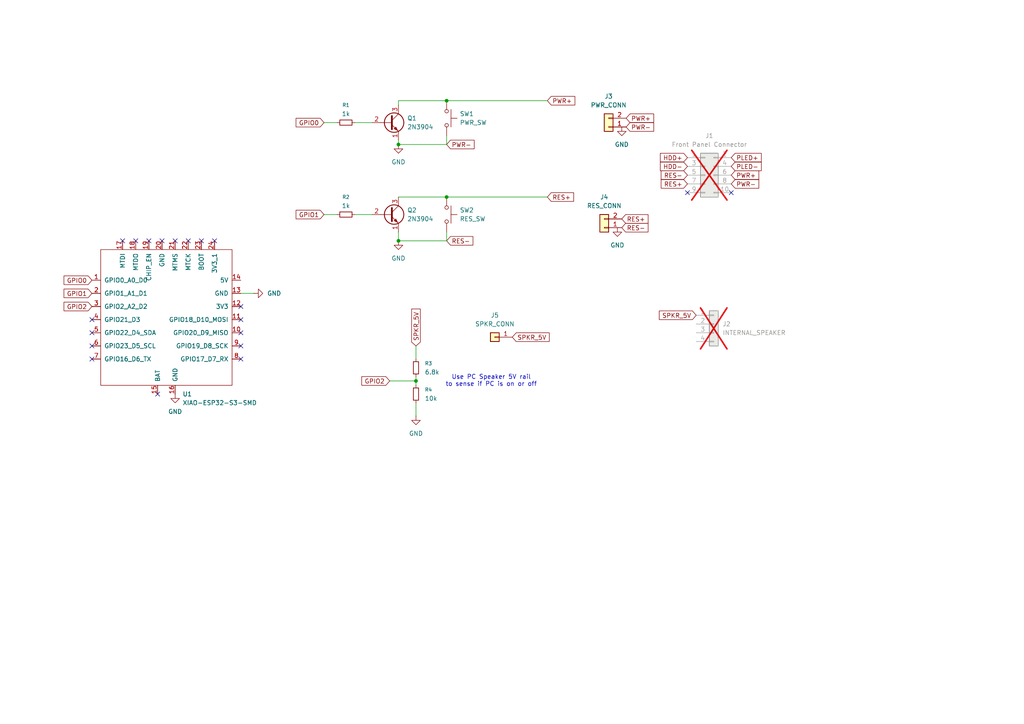
<source format=kicad_sch>
(kicad_sch (version 20250114) (generator "eeschema") (generator_version "9.0")
  (paper "A4")
  (lib_symbols
    (symbol "Connector_Generic:Conn_01x01" (pin_names (offset 1.016) (hide yes))
      (property "Reference" "J" (at 0 2.54 0))
      (property "Value" "Conn_01x01" (at 0 -2.54 0))
      (symbol "Conn_01x01_1_1"
        (rectangle (start -1.27 1.27) (end 1.27 -1.27) (stroke (width 0.254)) (fill (type background)))
        (rectangle (start -1.27 0.127) (end 0 -0.127) (stroke (width 0.1524)))
        (pin passive line (at -5.08 0 0) (length 3.81) (name "Pin_1") (number "1"))
      )
    )
    (symbol "Connector_Generic:Conn_01x02" (pin_names (offset 1.016) (hide yes))
      (property "Reference" "J" (at 0 2.54 0))
      (property "Value" "Conn_01x02" (at 0 -5.08 0))
      (symbol "Conn_01x02_1_1"
        (rectangle (start -1.27 1.27) (end 1.27 -3.81) (stroke (width 0.254)) (fill (type background)))
        (rectangle (start -1.27 0.127) (end 0 -0.127) (stroke (width 0.1524)))
        (rectangle (start -1.27 -2.413) (end 0 -2.667) (stroke (width 0.1524)))
        (pin passive line (at -5.08 0 0) (length 3.81) (name "Pin_1") (number "1"))
        (pin passive line (at -5.08 -2.54 0) (length 3.81) (name "Pin_2") (number "2"))
      )
    )
    (symbol "Connector_Generic:Conn_01x04" (pin_names (offset 1.016) (hide yes))
      (property "Reference" "J" (at 0 5.08 0))
      (property "Value" "Conn_01x04" (at 0 -7.62 0))
      (symbol "Conn_01x04_1_1"
        (rectangle (start -1.27 3.81) (end 1.27 -6.35) (stroke (width 0.254)) (fill (type background)))
        (rectangle (start -1.27 2.667) (end 0 2.413) (stroke (width 0.1524)))
        (rectangle (start -1.27 0.127) (end 0 -0.127) (stroke (width 0.1524)))
        (rectangle (start -1.27 -2.413) (end 0 -2.667) (stroke (width 0.1524)))
        (rectangle (start -1.27 -4.953) (end 0 -5.207) (stroke (width 0.1524)))
        (pin passive line (at -5.08 2.54 0) (length 3.81) (name "Pin_1") (number "1"))
        (pin passive line (at -5.08 0 0) (length 3.81) (name "Pin_2") (number "2"))
        (pin passive line (at -5.08 -2.54 0) (length 3.81) (name "Pin_3") (number "3"))
        (pin passive line (at -5.08 -5.08 0) (length 3.81) (name "Pin_4") (number "4"))
      )
    )
    (symbol "Connector_Generic:Conn_02x05_Odd_Even" (pin_names (offset 1.016) (hide yes))
      (property "Reference" "J" (at 1.27 7.62 0))
      (property "Value" "Conn_02x05_Odd_Even" (at 1.27 -7.62 0))
      (symbol "Conn_02x05_Odd_Even_1_1"
        (rectangle (start -1.27 6.35) (end 3.81 -6.35) (stroke (width 0.254)) (fill (type background)))
        (rectangle (start -1.27 5.207) (end 0 4.953) (stroke (width 0.1524)))
        (rectangle (start -1.27 2.667) (end 0 2.413) (stroke (width 0.1524)))
        (rectangle (start -1.27 0.127) (end 0 -0.127) (stroke (width 0.1524)))
        (rectangle (start -1.27 -2.413) (end 0 -2.667) (stroke (width 0.1524)))
        (rectangle (start -1.27 -4.953) (end 0 -5.207) (stroke (width 0.1524)))
        (rectangle (start 3.81 5.207) (end 2.54 4.953) (stroke (width 0.1524)))
        (rectangle (start 3.81 2.667) (end 2.54 2.413) (stroke (width 0.1524)))
        (rectangle (start 3.81 0.127) (end 2.54 -0.127) (stroke (width 0.1524)))
        (rectangle (start 3.81 -2.413) (end 2.54 -2.667) (stroke (width 0.1524)))
        (rectangle (start 3.81 -4.953) (end 2.54 -5.207) (stroke (width 0.1524)))
        (pin passive line (at -5.08 5.08 0) (length 3.81) (name "Pin_1") (number "1"))
        (pin passive line (at -5.08 2.54 0) (length 3.81) (name "Pin_3") (number "3"))
        (pin passive line (at -5.08 0 0) (length 3.81) (name "Pin_5") (number "5"))
        (pin passive line (at -5.08 -2.54 0) (length 3.81) (name "Pin_7") (number "7"))
        (pin passive line (at -5.08 -5.08 0) (length 3.81) (name "Pin_9") (number "9"))
        (pin passive line (at 7.62 5.08 180) (length 3.81) (name "Pin_2") (number "2"))
        (pin passive line (at 7.62 2.54 180) (length 3.81) (name "Pin_4") (number "4"))
        (pin passive line (at 7.62 0 180) (length 3.81) (name "Pin_6") (number "6"))
        (pin passive line (at 7.62 -2.54 180) (length 3.81) (name "Pin_8") (number "8"))
        (pin passive line (at 7.62 -5.08 180) (length 3.81) (name "Pin_10") (number "10"))
      )
    )
    (symbol "Device:R_Small" (pin_numbers (hide yes)) (pin_names (offset 0.254) (hide yes))
      (property "Reference" "R" (at 0 0 90))
      (property "Value" "R_Small" (at 1.778 0 90))
      (symbol "R_Small_0_1"
        (rectangle (start -0.762 1.778) (end 0.762 -1.778) (stroke (width 0.2032)))
      )
      (symbol "R_Small_1_1"
        (pin passive line (at 0 2.54 270) (length 0.762) (name "~") (number "1"))
        (pin passive line (at 0 -2.54 90) (length 0.762) (name "~") (number "2"))
      )
    )
    (symbol "Seeed_Studio_XIAO_Series:XIAO-ESP32-C6-SMD" (pin_names (offset 1.016))
      (property "Reference" "U" (at -18.542 23.114 0))
      (property "Value" "XIAO-ESP32-S3-SMD" (at -8.382 21.336 0))
      (symbol "XIAO-ESP32-C6-SMD_0_1"
        (rectangle (start 19.05 -19.05) (end -19.05 20.32))
      )
      (symbol "XIAO-ESP32-C6-SMD_1_1"
        (pin passive line (at -21.59 11.43 0) (length 2.54) (name "GPIO0_A0_D0") (number "1"))
        (pin passive line (at -21.59 7.62 0) (length 2.54) (name "GPIO1_A1_D1") (number "2"))
        (pin passive line (at -21.59 3.81 0) (length 2.54) (name "GPIO2_A2_D2") (number "3"))
        (pin passive line (at -21.59 0 0) (length 2.54) (name "GPIO21_D3") (number "4"))
        (pin passive line (at -21.59 -3.81 0) (length 2.54) (name "GPIO22_D4_SDA") (number "5"))
        (pin passive line (at -21.59 -7.62 0) (length 2.54) (name "GPIO23_D5_SCL") (number "6"))
        (pin passive line (at -21.59 -11.43 0) (length 2.54) (name "GPIO16_D6_TX") (number "7"))
        (pin passive line (at -12.7 22.86 270) (length 2.54) (name "MTDI") (number "17"))
        (pin passive line (at -8.89 22.86 270) (length 2.54) (name "MTDO") (number "18"))
        (pin passive line (at -5.08 22.86 270) (length 2.54) (name "CHIP_EN") (number "19"))
        (pin passive line (at -2.54 -21.59 90) (length 2.54) (name "BAT") (number "15"))
        (pin passive line (at -1.27 22.86 270) (length 2.54) (name "GND") (number "20"))
        (pin passive line (at 2.54 22.86 270) (length 2.54) (name "MTMS") (number "21"))
        (pin passive line (at 2.54 -21.59 90) (length 2.54) (name "GND") (number "16"))
        (pin passive line (at 6.35 22.86 270) (length 2.54) (name "MTCK") (number "22"))
        (pin passive line (at 10.16 22.86 270) (length 2.54) (name "BOOT") (number "23"))
        (pin passive line (at 13.97 22.86 270) (length 2.54) (name "3V3_1") (number "24"))
        (pin passive line (at 21.59 11.43 180) (length 2.54) (name "5V") (number "14"))
        (pin passive line (at 21.59 7.62 180) (length 2.54) (name "GND") (number "13"))
        (pin passive line (at 21.59 3.81 180) (length 2.54) (name "3V3") (number "12"))
        (pin passive line (at 21.59 0 180) (length 2.54) (name "GPIO18_D10_MOSI") (number "11"))
        (pin passive line (at 21.59 -3.81 180) (length 2.54) (name "GPIO20_D9_MISO") (number "10"))
        (pin passive line (at 21.59 -7.62 180) (length 2.54) (name "GPIO19_D8_SCK") (number "9"))
        (pin passive line (at 21.59 -11.43 180) (length 2.54) (name "GPIO17_D7_RX") (number "8"))
      )
    )
    (symbol "Switch:SW_Push" (pin_numbers (hide yes)) (pin_names (offset 1.016) (hide yes))
      (property "Reference" "SW" (at 1.27 2.54 0))
      (property "Value" "SW_Push" (at 0 -1.524 0))
      (symbol "SW_Push_0_1"
        (circle (center -2.032 0) (radius 0.508))
        (polyline (pts (xy 0 1.27) (xy 0 3.048)))
        (circle (center 2.032 0) (radius 0.508))
        (polyline (pts (xy 2.54 1.27) (xy -2.54 1.27)))
        (pin passive line (at -5.08 0 0) (length 2.54) (name "1") (number "1"))
        (pin passive line (at 5.08 0 180) (length 2.54) (name "2") (number "2"))
      )
    )
    (symbol "Transistor_BJT:2N3904" (pin_names (offset 0) (hide yes))
      (property "Reference" "Q" (at 5.08 1.905 0))
      (property "Value" "2N3904" (at 5.08 0 0))
      (symbol "2N3904_0_1"
        (polyline (pts (xy -2.54 0) (xy 0.635 0)))
        (polyline (pts (xy 0.635 1.905) (xy 0.635 -1.905)) (stroke (width 0.508)))
        (circle (center 1.27 0) (radius 2.8194) (stroke (width 0.254)))
      )
      (symbol "2N3904_1_1"
        (polyline (pts (xy 0.635 0.635) (xy 2.54 2.54)))
        (polyline (pts (xy 0.635 -0.635) (xy 2.54 -2.54)))
        (polyline (pts (xy 1.27 -1.778) (xy 1.778 -1.27) (xy 2.286 -2.286) (xy 1.27 -1.778)) (fill (type outline)))
        (pin input line (at -5.08 0 0) (length 2.54) (name "B") (number "2"))
        (pin passive line (at 2.54 5.08 270) (length 2.54) (name "C") (number "3"))
        (pin passive line (at 2.54 -5.08 90) (length 2.54) (name "E") (number "1"))
      )
    )
    (symbol "power:GND" (power) (pin_numbers (hide yes)) (pin_names (offset 0) (hide yes))
      (property "Value" "GND" (at 0 -3.81 0))
      (symbol "GND_0_1"
        (polyline (pts (xy 0 0) (xy 0 -1.27) (xy 1.27 -1.27) (xy 0 -2.54) (xy -1.27 -1.27) (xy 0 -1.27)))
      )
      (symbol "GND_1_1"
        (pin power_in line (at 0 0 270) (length 0) (name "~") (number "1"))
      )
    )
  )
  (text "Use PC Speaker 5V rail\nto sense if PC is on or off" (at 142.494 110.49 0) (effects (font (size 1.27 1.27))))
  (junction (at 120.65 110.49))
  (junction (at 129.54 57.15))
  (junction (at 115.57 41.91))
  (junction (at 115.57 69.85))
  (junction (at 129.54 29.21))
  (no_connect (at 26.67 92.71))
  (no_connect (at 69.85 92.71))
  (no_connect (at 26.67 104.14))
  (no_connect (at 45.72 114.3))
  (no_connect (at 69.85 88.9))
  (no_connect (at 39.37 69.85))
  (no_connect (at 69.85 96.52))
  (no_connect (at 26.67 100.33))
  (no_connect (at 212.09 55.88))
  (no_connect (at 26.67 96.52))
  (no_connect (at 69.85 104.14))
  (no_connect (at 199.39 55.88))
  (no_connect (at 62.23 69.85))
  (no_connect (at 43.18 69.85))
  (no_connect (at 69.85 100.33))
  (no_connect (at 35.56 69.85))
  (no_connect (at 46.99 69.85))
  (no_connect (at 58.42 69.85))
  (no_connect (at 50.8 69.85))
  (no_connect (at 54.61 69.85))
  (wire (pts (xy 115.57 40.64) (xy 115.57 41.91)))
  (wire (pts (xy 120.65 100.33) (xy 120.65 104.14)))
  (wire (pts (xy 102.87 62.23) (xy 107.95 62.23)))
  (wire (pts (xy 120.65 111.76) (xy 120.65 110.49)))
  (wire (pts (xy 115.57 67.31) (xy 115.57 69.85)))
  (wire (pts (xy 129.54 39.37) (xy 129.54 41.91)))
  (wire (pts (xy 115.57 29.21) (xy 129.54 29.21)))
  (wire (pts (xy 113.03 110.49) (xy 120.65 110.49)))
  (wire (pts (xy 129.54 67.31) (xy 129.54 69.85)))
  (wire (pts (xy 93.98 35.56) (xy 97.79 35.56)))
  (wire (pts (xy 120.65 109.22) (xy 120.65 110.49)))
  (wire (pts (xy 129.54 69.85) (xy 115.57 69.85)))
  (wire (pts (xy 129.54 57.15) (xy 158.75 57.15)))
  (wire (pts (xy 115.57 30.48) (xy 115.57 29.21)))
  (wire (pts (xy 115.57 57.15) (xy 129.54 57.15)))
  (wire (pts (xy 69.85 85.09) (xy 73.66 85.09)))
  (wire (pts (xy 120.65 116.84) (xy 120.65 120.65)))
  (wire (pts (xy 129.54 29.21) (xy 158.75 29.21)))
  (wire (pts (xy 93.98 62.23) (xy 97.79 62.23)))
  (wire (pts (xy 102.87 35.56) (xy 107.95 35.56)))
  (wire (pts (xy 129.54 41.91) (xy 115.57 41.91)))
  (global_label "RES-" (shape input) (at 129.54 69.85 0) (property "Intersheetrefs" "${INTERSHEET_REFS}" (effects (hide yes))))
  (global_label "PWR-" (shape input) (at 181.61 36.83 0) (property "Intersheetrefs" "${INTERSHEET_REFS}" (effects (hide yes))))
  (global_label "GPIO1" (shape input) (at 93.98 62.23 180) (property "Intersheetrefs" "${INTERSHEET_REFS}" (effects (hide yes))))
  (global_label "PWR+" (shape input) (at 212.09 50.8 0) (property "Intersheetrefs" "${INTERSHEET_REFS}" (effects (hide yes))))
  (global_label "HDD+" (shape input) (at 199.39 45.72 180) (property "Intersheetrefs" "${INTERSHEET_REFS}" (effects (hide yes))))
  (global_label "SPKR_5V" (shape input) (at 120.65 100.33 90) (property "Intersheetrefs" "${INTERSHEET_REFS}" (effects (hide yes))))
  (global_label "PWR+" (shape input) (at 181.61 34.29 0) (property "Intersheetrefs" "${INTERSHEET_REFS}" (effects (hide yes))))
  (global_label "RES-" (shape input) (at 199.39 50.8 180) (property "Intersheetrefs" "${INTERSHEET_REFS}" (effects (hide yes))))
  (global_label "GPIO0" (shape input) (at 93.98 35.56 180) (property "Intersheetrefs" "${INTERSHEET_REFS}" (effects (hide yes))))
  (global_label "RES-" (shape input) (at 180.34 66.04 0) (property "Intersheetrefs" "${INTERSHEET_REFS}" (effects (hide yes))))
  (global_label "RES+" (shape input) (at 180.34 63.5 0) (property "Intersheetrefs" "${INTERSHEET_REFS}" (effects (hide yes))))
  (global_label "RES+" (shape input) (at 199.39 53.34 180) (property "Intersheetrefs" "${INTERSHEET_REFS}" (effects (hide yes))))
  (global_label "GPIO2" (shape input) (at 26.67 88.9 180) (property "Intersheetrefs" "${INTERSHEET_REFS}" (effects (hide yes))))
  (global_label "SPKR_5V" (shape input) (at 148.59 97.79 0) (property "Intersheetrefs" "${INTERSHEET_REFS}" (effects (hide yes))))
  (global_label "PWR+" (shape input) (at 158.75 29.21 0) (property "Intersheetrefs" "${INTERSHEET_REFS}" (effects (hide yes))))
  (global_label "PLED+" (shape input) (at 212.09 45.72 0) (property "Intersheetrefs" "${INTERSHEET_REFS}" (effects (hide yes))))
  (global_label "GPIO2" (shape input) (at 113.03 110.49 180) (property "Intersheetrefs" "${INTERSHEET_REFS}" (effects (hide yes))))
  (global_label "PWR-" (shape input) (at 129.54 41.91 0) (property "Intersheetrefs" "${INTERSHEET_REFS}" (effects (hide yes))))
  (global_label "PLED-" (shape input) (at 212.09 48.26 0) (property "Intersheetrefs" "${INTERSHEET_REFS}" (effects (hide yes))))
  (global_label "PWR-" (shape input) (at 212.09 53.34 0) (property "Intersheetrefs" "${INTERSHEET_REFS}" (effects (hide yes))))
  (global_label "GPIO0" (shape input) (at 26.67 81.28 180) (property "Intersheetrefs" "${INTERSHEET_REFS}" (effects (hide yes))))
  (global_label "HDD-" (shape input) (at 199.39 48.26 180) (property "Intersheetrefs" "${INTERSHEET_REFS}" (effects (hide yes))))
  (global_label "SPKR_5V" (shape input) (at 201.93 91.44 180) (property "Intersheetrefs" "${INTERSHEET_REFS}" (effects (hide yes))))
  (global_label "RES+" (shape input) (at 158.75 57.15 0) (property "Intersheetrefs" "${INTERSHEET_REFS}" (effects (hide yes))))
  (global_label "GPIO1" (shape input) (at 26.67 85.09 180) (property "Intersheetrefs" "${INTERSHEET_REFS}" (effects (hide yes))))
  (symbol (lib_id "power:GND") (at 50.8 114.3 0) (unit 1)
    (property "Reference" "#PWR04" (effects (hide yes)))
    (property "Value" "GND" (at 50.8 119.38 0))
    (property "Description" "Power symbol creates a global label with name \"GND\" , ground" (effects (hide yes)))
  )
  (symbol (lib_id "Connector_Generic:Conn_01x01") (at 143.51 97.79 180) (unit 1)
    (property "Reference" "J5" (at 143.51 91.44 0))
    (property "Value" "SPKR_CONN" (at 143.51 93.98 0))
    (property "Footprint" "TestPoint:TestPoint_Pad_D2.5mm" (effects (hide yes)))
    (property "Description" "Generic connector, single row, 01x01, script generated (kicad-library-utils/schlib/autogen/connector/)" (effects (hide yes)))
  )
  (symbol (lib_id "power:GND") (at 115.57 69.85 0) (unit 1)
    (property "Reference" "#PWR01" (effects (hide yes)))
    (property "Value" "GND" (at 115.57 74.93 0))
    (property "Description" "Power symbol creates a global label with name \"GND\" , ground" (effects (hide yes)))
  )
  (symbol (lib_id "Connector_Generic:Conn_01x02") (at 175.26 66.04 180) (unit 1)
    (property "Reference" "J4" (at 175.26 57.15 0))
    (property "Value" "RES_CONN" (at 175.26 59.69 0))
    (property "Footprint" "Connector_PinSocket_2.54mm:PinSocket_2x01_P2.54mm_Vertical_SMD" (effects (hide yes)))
    (property "Description" "Generic connector, single row, 01x02, script generated (kicad-library-utils/schlib/autogen/connector/)" (effects (hide yes)))
  )
  (symbol (lib_id "power:GND") (at 179.07 66.04 0) (unit 1)
    (property "Reference" "#PWR06" (effects (hide yes)))
    (property "Value" "GND" (at 179.07 71.12 0))
    (property "Description" "Power symbol creates a global label with name \"GND\" , ground" (effects (hide yes)))
  )
  (symbol (lib_id "Connector_Generic:Conn_01x04") (at 207.01 93.98 0) (unit 1) (in_bom no) (on_board no) (dnp yes)
    (property "Reference" "J2" (at 209.55 93.9799 0) (effects (justify left)))
    (property "Value" "INTERNAL_SPEAKER" (at 209.55 96.5199 0) (effects (justify left)))
    (property "Footprint" "Connector_PinHeader_2.54mm:PinHeader_1x04_P2.54mm_Vertical" (effects (hide yes)))
    (property "Description" "Generic connector, single row, 01x04, script generated (kicad-library-utils/schlib/autogen/connector/)" (effects (hide yes)))
  )
  (symbol (lib_id "power:GND") (at 73.66 85.09 90) (unit 1)
    (property "Reference" "#PWR05" (effects (hide yes)))
    (property "Value" "GND" (at 77.47 85.0899 90) (effects (justify right)))
    (property "Description" "Power symbol creates a global label with name \"GND\" , ground" (effects (hide yes)))
  )
  (symbol (lib_id "Switch:SW_Push") (at 129.54 34.29 270) (unit 1)
    (property "Reference" "SW1" (at 133.35 33.0199 90) (effects (justify left)))
    (property "Value" "PWR_SW" (at 133.35 35.5599 90) (effects (justify left)))
    (property "Footprint" "Button_Switch_THT:SW_PUSH_6mm_H5mm" (effects (hide yes)))
    (property "Description" "Push button switch, generic, two pins" (effects (hide yes)))
  )
  (symbol (lib_id "Connector_Generic:Conn_01x02") (at 176.53 36.83 180) (unit 1)
    (property "Reference" "J3" (at 176.53 27.94 0))
    (property "Value" "PWR_CONN" (at 176.53 30.48 0))
    (property "Footprint" "Connector_PinSocket_2.54mm:PinSocket_2x01_P2.54mm_Vertical_SMD" (effects (hide yes)))
    (property "Description" "Generic connector, single row, 01x02, script generated (kicad-library-utils/schlib/autogen/connector/)" (effects (hide yes)))
  )
  (symbol (lib_id "Device:R_Small") (at 120.65 106.68 180) (unit 1)
    (property "Reference" "R3" (at 123.19 105.4099 0) (effects (font (size 1.016 1.016)) (justify right)))
    (property "Value" "6.8k" (at 123.19 107.9499 0) (effects (justify right)))
    (property "Footprint" "Resistor_THT:R_Axial_DIN0204_L3.6mm_D1.6mm_P5.08mm_Horizontal" (effects (hide yes)))
    (property "Description" "Resistor, small symbol" (effects (hide yes)))
  )
  (symbol (lib_id "Connector_Generic:Conn_02x05_Odd_Even") (at 204.47 50.8 0) (unit 1) (in_bom no) (on_board no) (dnp yes)
    (property "Reference" "J1" (at 205.74 39.37 0))
    (property "Value" "Front Panel Connector" (at 205.74 41.91 0))
    (property "Footprint" "Connector_PinHeader_2.54mm:PinHeader_2x05_P2.54mm_Vertical" (effects (hide yes)))
    (property "Description" "Generic connector, double row, 02x05, odd/even pin numbering scheme (row 1 odd numbers, row 2 even numbers), script generated (kicad-library-utils/schlib/autogen/connector/)" (effects (hide yes)))
  )
  (symbol (lib_id "Switch:SW_Push") (at 129.54 62.23 270) (unit 1)
    (property "Reference" "SW2" (at 133.35 60.9599 90) (effects (justify left)))
    (property "Value" "RES_SW" (at 133.35 63.4999 90) (effects (justify left)))
    (property "Footprint" "Button_Switch_THT:SW_PUSH_6mm_H5mm" (effects (hide yes)))
    (property "Description" "Push button switch, generic, two pins" (effects (hide yes)))
  )
  (symbol (lib_id "Transistor_BJT:2N3904") (at 113.03 35.56 0) (unit 1)
    (property "Reference" "Q1" (at 118.11 34.2899 0) (effects (justify left)))
    (property "Value" "2N3904" (at 118.11 36.8299 0) (effects (justify left)))
    (property "Footprint" "Package_TO_SOT_THT:TO-92_Inline" (effects (hide yes)))
    (property "Datasheet" "https://www.onsemi.com/pub/Collateral/2N3903-D.PDF" (effects (hide yes)))
    (property "Description" "0.2A Ic, 40V Vce, Small Signal NPN Transistor, TO-92" (effects (hide yes)))
  )
  (symbol (lib_id "power:GND") (at 115.57 41.91 0) (unit 1)
    (property "Reference" "#PWR02" (effects (hide yes)))
    (property "Value" "GND" (at 115.57 46.99 0))
    (property "Description" "Power symbol creates a global label with name \"GND\" , ground" (effects (hide yes)))
  )
  (symbol (lib_id "Device:R_Small") (at 100.33 35.56 90) (unit 1)
    (property "Reference" "R1" (at 100.33 30.48 90) (effects (font (size 1.016 1.016))))
    (property "Value" "1k" (at 100.33 33.02 90))
    (property "Footprint" "Resistor_THT:R_Axial_DIN0204_L3.6mm_D1.6mm_P5.08mm_Horizontal" (effects (hide yes)))
    (property "Description" "Resistor, small symbol" (effects (hide yes)))
  )
  (symbol (lib_id "power:GND") (at 180.34 36.83 0) (unit 1)
    (property "Reference" "#PWR07" (effects (hide yes)))
    (property "Value" "GND" (at 180.34 41.91 0))
    (property "Description" "Power symbol creates a global label with name \"GND\" , ground" (effects (hide yes)))
  )
  (symbol (lib_id "Seeed_Studio_XIAO_Series:XIAO-ESP32-C6-SMD") (at 48.26 92.71 0) (unit 1)
    (property "Reference" "U1" (at 52.9433 114.3 0) (effects (justify left)))
    (property "Value" "XIAO-ESP32-S3-SMD" (at 52.9433 116.84 0) (effects (justify left)))
    (property "Footprint" "seeed_studio_xiao:XIAO-ESP32C6-SMD" (effects (hide yes)))
  )
  (symbol (lib_id "Device:R_Small") (at 100.33 62.23 90) (unit 1)
    (property "Reference" "R2" (at 100.33 57.15 90) (effects (font (size 1.016 1.016))))
    (property "Value" "1k" (at 100.33 59.69 90))
    (property "Footprint" "Resistor_THT:R_Axial_DIN0204_L3.6mm_D1.6mm_P5.08mm_Horizontal" (effects (hide yes)))
    (property "Description" "Resistor, small symbol" (effects (hide yes)))
  )
  (symbol (lib_id "Device:R_Small") (at 120.65 114.3 180) (unit 1)
    (property "Reference" "R4" (at 123.19 113.0299 0) (effects (font (size 1.016 1.016)) (justify right)))
    (property "Value" "10k" (at 123.19 115.5699 0) (effects (justify right)))
    (property "Footprint" "Resistor_THT:R_Axial_DIN0204_L3.6mm_D1.6mm_P5.08mm_Horizontal" (effects (hide yes)))
    (property "Description" "Resistor, small symbol" (effects (hide yes)))
  )
  (symbol (lib_id "power:GND") (at 120.65 120.65 0) (unit 1)
    (property "Reference" "#PWR03" (effects (hide yes)))
    (property "Value" "GND" (at 120.65 125.73 0))
    (property "Description" "Power symbol creates a global label with name \"GND\" , ground" (effects (hide yes)))
  )
  (symbol (lib_id "Transistor_BJT:2N3904") (at 113.03 62.23 0) (unit 1)
    (property "Reference" "Q2" (at 118.11 60.9599 0) (effects (justify left)))
    (property "Value" "2N3904" (at 118.11 63.4999 0) (effects (justify left)))
    (property "Footprint" "Package_TO_SOT_THT:TO-92_Inline" (effects (hide yes)))
    (property "Datasheet" "https://www.onsemi.com/pub/Collateral/2N3903-D.PDF" (effects (hide yes)))
    (property "Description" "0.2A Ic, 40V Vce, Small Signal NPN Transistor, TO-92" (effects (hide yes)))
  )
)
</source>
